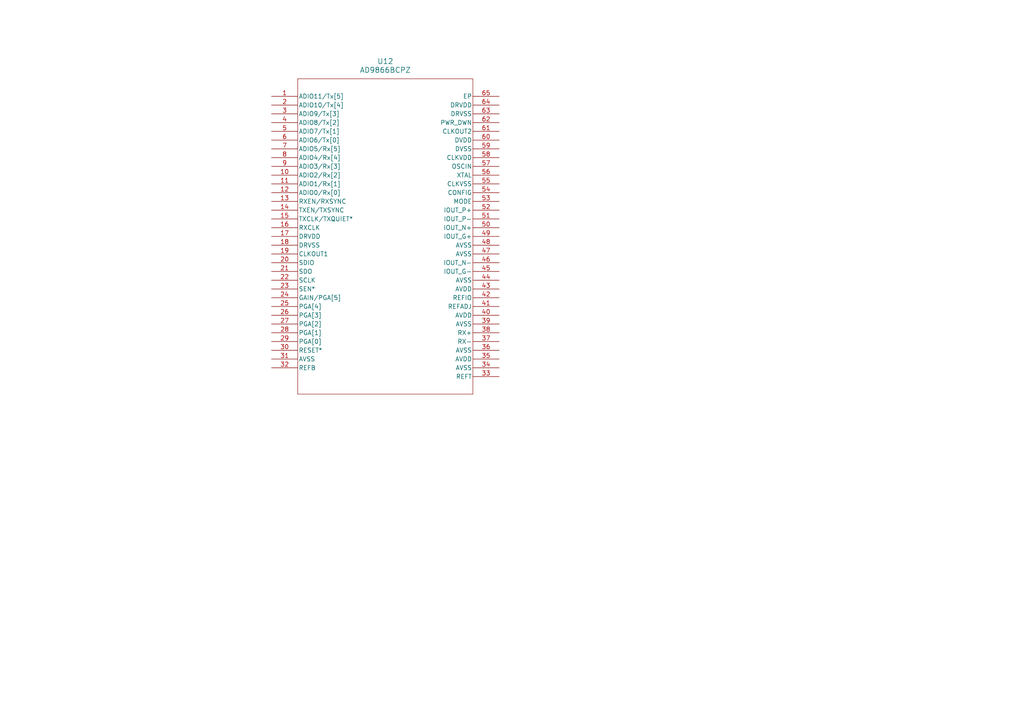
<source format=kicad_sch>
(kicad_sch (version 20231120) (generator "eeschema") (generator_version "8.0")
  (paper "A4")
  (lib_symbols
    (symbol "2023-09-24_05-35-03:AD9866BCPZ" (pin_names (offset 0.254))
      (property "Reference" "U" (at 33.02 10.16 0))
      (property "Value" "AD9866BCPZ" (at 33.02 7.62 0))
      (symbol "AD9866BCPZ_0_1"
        (polyline (pts (xy 7.62 -86.36) (xy 58.42 -86.36)) (stroke (width 0.127)))
        (polyline (pts (xy 7.62 5.08) (xy 7.62 -86.36)) (stroke (width 0.127)))
        (polyline (pts (xy 58.42 -86.36) (xy 58.42 5.08)) (stroke (width 0.127)))
        (polyline (pts (xy 58.42 5.08) (xy 7.62 5.08)) (stroke (width 0.127)))
        (pin unspecified line (at 0 0 0) (length 7.62) (name "ADIO11/Tx[5]") (number "1"))
        (pin unspecified line (at 0 -22.86 0) (length 7.62) (name "ADIO2/Rx[2]") (number "10"))
        (pin unspecified line (at 0 -25.4 0) (length 7.62) (name "ADIO1/Rx[1]") (number "11"))
        (pin unspecified line (at 0 -27.94 0) (length 7.62) (name "ADIO0/Rx[0]") (number "12"))
        (pin unspecified line (at 0 -30.48 0) (length 7.62) (name "RXEN/RXSYNC") (number "13"))
        (pin unspecified line (at 0 -33.02 0) (length 7.62) (name "TXEN/TXSYNC") (number "14"))
        (pin unspecified line (at 0 -35.56 0) (length 7.62) (name "TXCLK/TXQUIET*") (number "15"))
        (pin unspecified line (at 0 -38.1 0) (length 7.62) (name "RXCLK") (number "16"))
        (pin power_in line (at 0 -40.64 0) (length 7.62) (name "DRVDD") (number "17"))
        (pin unspecified line (at 0 -43.18 0) (length 7.62) (name "DRVSS") (number "18"))
        (pin unspecified line (at 0 -45.72 0) (length 7.62) (name "CLKOUT1") (number "19"))
        (pin unspecified line (at 0 -2.54 0) (length 7.62) (name "ADIO10/Tx[4]") (number "2"))
        (pin unspecified line (at 0 -48.26 0) (length 7.62) (name "SDIO") (number "20"))
        (pin unspecified line (at 0 -50.8 0) (length 7.62) (name "SDO") (number "21"))
        (pin unspecified line (at 0 -53.34 0) (length 7.62) (name "SCLK") (number "22"))
        (pin unspecified line (at 0 -55.88 0) (length 7.62) (name "SEN*") (number "23"))
        (pin unspecified line (at 0 -58.42 0) (length 7.62) (name "GAIN/PGA[5]") (number "24"))
        (pin unspecified line (at 0 -60.96 0) (length 7.62) (name "PGA[4]") (number "25"))
        (pin unspecified line (at 0 -63.5 0) (length 7.62) (name "PGA[3]") (number "26"))
        (pin unspecified line (at 0 -66.04 0) (length 7.62) (name "PGA[2]") (number "27"))
        (pin unspecified line (at 0 -68.58 0) (length 7.62) (name "PGA[1]") (number "28"))
        (pin unspecified line (at 0 -71.12 0) (length 7.62) (name "PGA[0]") (number "29"))
        (pin unspecified line (at 0 -5.08 0) (length 7.62) (name "ADIO9/Tx[3]") (number "3"))
        (pin unspecified line (at 0 -73.66 0) (length 7.62) (name "RESET*") (number "30"))
        (pin unspecified line (at 0 -76.2 0) (length 7.62) (name "AVSS") (number "31"))
        (pin unspecified line (at 0 -78.74 0) (length 7.62) (name "REFB") (number "32"))
        (pin unspecified line (at 66.04 -81.28 180) (length 7.62) (name "REFT") (number "33"))
        (pin unspecified line (at 66.04 -78.74 180) (length 7.62) (name "AVSS") (number "34"))
        (pin power_in line (at 66.04 -76.2 180) (length 7.62) (name "AVDD") (number "35"))
        (pin unspecified line (at 66.04 -73.66 180) (length 7.62) (name "AVSS") (number "36"))
        (pin unspecified line (at 66.04 -71.12 180) (length 7.62) (name "RX-") (number "37"))
        (pin unspecified line (at 66.04 -68.58 180) (length 7.62) (name "RX+") (number "38"))
        (pin unspecified line (at 66.04 -66.04 180) (length 7.62) (name "AVSS") (number "39"))
        (pin unspecified line (at 0 -7.62 0) (length 7.62) (name "ADIO8/Tx[2]") (number "4"))
        (pin power_in line (at 66.04 -63.5 180) (length 7.62) (name "AVDD") (number "40"))
        (pin unspecified line (at 66.04 -60.96 180) (length 7.62) (name "REFADJ") (number "41"))
        (pin unspecified line (at 66.04 -58.42 180) (length 7.62) (name "REFIO") (number "42"))
        (pin power_in line (at 66.04 -55.88 180) (length 7.62) (name "AVDD") (number "43"))
        (pin unspecified line (at 66.04 -53.34 180) (length 7.62) (name "AVSS") (number "44"))
        (pin unspecified line (at 66.04 -50.8 180) (length 7.62) (name "IOUT_G-") (number "45"))
        (pin unspecified line (at 66.04 -48.26 180) (length 7.62) (name "IOUT_N-") (number "46"))
        (pin unspecified line (at 66.04 -45.72 180) (length 7.62) (name "AVSS") (number "47"))
        (pin unspecified line (at 66.04 -43.18 180) (length 7.62) (name "AVSS") (number "48"))
        (pin unspecified line (at 66.04 -40.64 180) (length 7.62) (name "IOUT_G+") (number "49"))
        (pin unspecified line (at 0 -10.16 0) (length 7.62) (name "ADIO7/Tx[1]") (number "5"))
        (pin unspecified line (at 66.04 -38.1 180) (length 7.62) (name "IOUT_N+") (number "50"))
        (pin unspecified line (at 66.04 -35.56 180) (length 7.62) (name "IOUT_P-") (number "51"))
        (pin unspecified line (at 66.04 -33.02 180) (length 7.62) (name "IOUT_P+") (number "52"))
        (pin unspecified line (at 66.04 -30.48 180) (length 7.62) (name "MODE") (number "53"))
        (pin unspecified line (at 66.04 -27.94 180) (length 7.62) (name "CONFIG") (number "54"))
        (pin unspecified line (at 66.04 -25.4 180) (length 7.62) (name "CLKVSS") (number "55"))
        (pin unspecified line (at 66.04 -22.86 180) (length 7.62) (name "XTAL") (number "56"))
        (pin unspecified line (at 66.04 -20.32 180) (length 7.62) (name "OSCIN") (number "57"))
        (pin power_in line (at 66.04 -17.78 180) (length 7.62) (name "CLKVDD") (number "58"))
        (pin unspecified line (at 66.04 -15.24 180) (length 7.62) (name "DVSS") (number "59"))
        (pin unspecified line (at 0 -12.7 0) (length 7.62) (name "ADIO6/Tx[0]") (number "6"))
        (pin power_in line (at 66.04 -12.7 180) (length 7.62) (name "DVDD") (number "60"))
        (pin unspecified line (at 66.04 -10.16 180) (length 7.62) (name "CLKOUT2") (number "61"))
        (pin unspecified line (at 66.04 -7.62 180) (length 7.62) (name "PWR_DWN") (number "62"))
        (pin unspecified line (at 66.04 -5.08 180) (length 7.62) (name "DRVSS") (number "63"))
        (pin power_in line (at 66.04 -2.54 180) (length 7.62) (name "DRVDD") (number "64"))
        (pin unspecified line (at 66.04 0 180) (length 7.62) (name "EP") (number "65"))
        (pin unspecified line (at 0 -15.24 0) (length 7.62) (name "ADIO5/Rx[5]") (number "7"))
        (pin unspecified line (at 0 -17.78 0) (length 7.62) (name "ADIO4/Rx[4]") (number "8"))
        (pin unspecified line (at 0 -20.32 0) (length 7.62) (name "ADIO3/Rx[3]") (number "9"))
      )
    )
  )
  (symbol (lib_id "2023-09-24_05-35-03:AD9866BCPZ") (at 78.74 27.94 0) (unit 1)
    (property "Reference" "U12" (at 111.76 17.78 0) (effects (font (size 1.524 1.524))))
    (property "Value" "AD9866BCPZ" (at 111.76 20.32 0) (effects (font (size 1.524 1.524))))
    (property "Footprint" "CP_64_3_ADI" (effects (hide yes)))
    (property "Datasheet" "AD9866BCPZ" (effects (hide yes)))
  )
)
</source>
